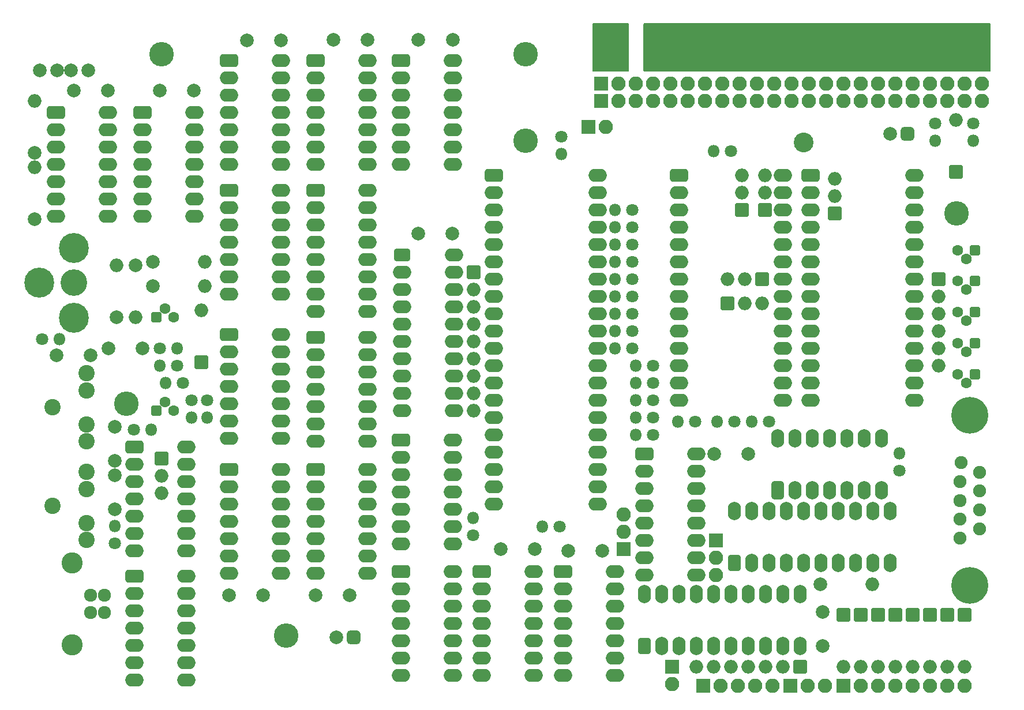
<source format=gbs>
%TF.GenerationSoftware,KiCad,Pcbnew,9.0.3*%
%TF.CreationDate,2025-08-02T16:42:51+01:00*%
%TF.ProjectId,ZX81plus38,5a583831-706c-4757-9333-382e6b696361,1.10*%
%TF.SameCoordinates,Original*%
%TF.FileFunction,Soldermask,Bot*%
%TF.FilePolarity,Negative*%
%FSLAX46Y46*%
G04 Gerber Fmt 4.6, Leading zero omitted, Abs format (unit mm)*
G04 Created by KiCad (PCBNEW 9.0.3) date 2025-08-02 16:42:51*
%MOMM*%
%LPD*%
G01*
G04 APERTURE LIST*
G04 Aperture macros list*
%AMRoundRect*
0 Rectangle with rounded corners*
0 $1 Rounding radius*
0 $2 $3 $4 $5 $6 $7 $8 $9 X,Y pos of 4 corners*
0 Add a 4 corners polygon primitive as box body*
4,1,4,$2,$3,$4,$5,$6,$7,$8,$9,$2,$3,0*
0 Add four circle primitives for the rounded corners*
1,1,$1+$1,$2,$3*
1,1,$1+$1,$4,$5*
1,1,$1+$1,$6,$7*
1,1,$1+$1,$8,$9*
0 Add four rect primitives between the rounded corners*
20,1,$1+$1,$2,$3,$4,$5,0*
20,1,$1+$1,$4,$5,$6,$7,0*
20,1,$1+$1,$6,$7,$8,$9,0*
20,1,$1+$1,$8,$9,$2,$3,0*%
G04 Aperture macros list end*
%ADD10C,1.900000*%
%ADD11C,1.924000*%
%ADD12C,5.400000*%
%ADD13RoundRect,0.200000X-0.800000X0.800000X-0.800000X-0.800000X0.800000X-0.800000X0.800000X0.800000X0*%
%ADD14O,2.000000X2.000000*%
%ADD15C,1.920000*%
%ADD16C,3.100000*%
%ADD17C,2.400000*%
%ADD18C,3.900000*%
%ADD19C,4.400000*%
%ADD20RoundRect,0.200000X0.850000X-0.850000X0.850000X0.850000X-0.850000X0.850000X-0.850000X-0.850000X0*%
%ADD21O,2.100000X2.100000*%
%ADD22C,2.000000*%
%ADD23RoundRect,0.400000X0.400000X-0.400000X0.400000X0.400000X-0.400000X0.400000X-0.400000X-0.400000X0*%
%ADD24C,1.600000*%
%ADD25C,1.800000*%
%ADD26O,1.800000X1.800000*%
%ADD27RoundRect,0.200000X0.800000X-0.800000X0.800000X0.800000X-0.800000X0.800000X-0.800000X-0.800000X0*%
%ADD28C,3.600000*%
%ADD29C,2.900000*%
%ADD30RoundRect,0.400000X-0.400000X0.400000X-0.400000X-0.400000X0.400000X-0.400000X0.400000X0.400000X0*%
%ADD31RoundRect,0.200000X-0.850000X-0.850000X0.850000X-0.850000X0.850000X0.850000X-0.850000X0.850000X0*%
%ADD32RoundRect,0.200000X0.800000X0.800000X-0.800000X0.800000X-0.800000X-0.800000X0.800000X-0.800000X0*%
%ADD33RoundRect,0.200000X0.850000X0.850000X-0.850000X0.850000X-0.850000X-0.850000X0.850000X-0.850000X0*%
%ADD34RoundRect,0.500000X0.500000X0.500000X-0.500000X0.500000X-0.500000X-0.500000X0.500000X-0.500000X0*%
%ADD35RoundRect,0.200000X-0.800000X-0.800000X0.800000X-0.800000X0.800000X0.800000X-0.800000X0.800000X0*%
%ADD36RoundRect,0.481000X-0.862000X-0.481000X0.862000X-0.481000X0.862000X0.481000X-0.862000X0.481000X0*%
%ADD37O,2.686000X1.924000*%
%ADD38RoundRect,0.481000X0.481000X-0.862000X0.481000X0.862000X-0.481000X0.862000X-0.481000X-0.862000X0*%
%ADD39O,1.924000X2.686000*%
%ADD40RoundRect,0.485500X-0.730500X-0.485500X0.730500X-0.485500X0.730500X0.485500X-0.730500X0.485500X0*%
%ADD41RoundRect,0.485500X0.485500X-0.730500X0.485500X0.730500X-0.485500X0.730500X-0.485500X-0.730500X0*%
G04 APERTURE END LIST*
D10*
%TO.C,CO4*%
X196192000Y-123850000D03*
X196192000Y-121080000D03*
D11*
X196192000Y-118310000D03*
D10*
X196192000Y-115540000D03*
X196312000Y-112770000D03*
X199032000Y-122465000D03*
X199032000Y-119695000D03*
X199032000Y-116925000D03*
X199032000Y-114155000D03*
D12*
X197612000Y-130810000D03*
X197612000Y-105810000D03*
%TD*%
D13*
%TO.C,D1*%
X179070000Y-135128000D03*
D14*
X179070000Y-142748000D03*
%TD*%
D13*
%TO.C,D2*%
X181610000Y-135128000D03*
D14*
X181610000Y-142748000D03*
%TD*%
D13*
%TO.C,D3*%
X184150000Y-135128000D03*
D14*
X184150000Y-142748000D03*
%TD*%
D13*
%TO.C,D4*%
X186690000Y-135128000D03*
D14*
X186690000Y-142748000D03*
%TD*%
D13*
%TO.C,D5*%
X189230000Y-135128000D03*
D14*
X189230000Y-142748000D03*
%TD*%
D13*
%TO.C,D6*%
X191770000Y-135128000D03*
D14*
X191770000Y-142748000D03*
%TD*%
D13*
%TO.C,D7*%
X194310000Y-135128000D03*
D14*
X194310000Y-142748000D03*
%TD*%
D13*
%TO.C,D8*%
X196850000Y-135128000D03*
D14*
X196850000Y-142748000D03*
%TD*%
D15*
%TO.C,CO1*%
X70610000Y-134752000D03*
X70610000Y-132212000D03*
X68610000Y-132212000D03*
X68610000Y-134752000D03*
D16*
X65910000Y-139482000D03*
X65910000Y-127482000D03*
%TD*%
D17*
%TO.C,CO2*%
X67992000Y-114126000D03*
X67992000Y-124126000D03*
X62992000Y-119126000D03*
X67992000Y-116626000D03*
X67992000Y-121626000D03*
%TD*%
%TO.C,CO3*%
X67992000Y-99648000D03*
X67992000Y-109648000D03*
X62992000Y-104648000D03*
X67992000Y-102148000D03*
X67992000Y-107148000D03*
%TD*%
D18*
%TO.C,CO5*%
X66167000Y-86360000D03*
D19*
X61067000Y-86360000D03*
X66167000Y-91460000D03*
X66167000Y-81260000D03*
%TD*%
D20*
%TO.C,J1B1*%
X143510000Y-57150000D03*
D21*
X146050000Y-57150000D03*
X148590000Y-57150000D03*
X151130000Y-57150000D03*
X153670000Y-57150000D03*
X156210000Y-57150000D03*
X158750000Y-57150000D03*
X161290000Y-57150000D03*
X163830000Y-57150000D03*
X166370000Y-57150000D03*
X168910000Y-57150000D03*
X171450000Y-57150000D03*
X173990000Y-57150000D03*
X176530000Y-57150000D03*
X179070000Y-57150000D03*
X181610000Y-57150000D03*
X184150000Y-57150000D03*
X186690000Y-57150000D03*
X189230000Y-57150000D03*
X191770000Y-57150000D03*
X194310000Y-57150000D03*
X196850000Y-57150000D03*
X199390000Y-57150000D03*
%TD*%
D20*
%TO.C,J1A1*%
X143510000Y-59690000D03*
D21*
X146050000Y-59690000D03*
X148590000Y-59690000D03*
X151130000Y-59690000D03*
X153670000Y-59690000D03*
X156210000Y-59690000D03*
X158750000Y-59690000D03*
X161290000Y-59690000D03*
X163830000Y-59690000D03*
X166370000Y-59690000D03*
X168910000Y-59690000D03*
X171450000Y-59690000D03*
X173990000Y-59690000D03*
X176530000Y-59690000D03*
X179070000Y-59690000D03*
X181610000Y-59690000D03*
X184150000Y-59690000D03*
X186690000Y-59690000D03*
X189230000Y-59690000D03*
X191770000Y-59690000D03*
X194310000Y-59690000D03*
X196850000Y-59690000D03*
X199390000Y-59690000D03*
%TD*%
D20*
%TO.C,J2*%
X179054760Y-145542000D03*
D21*
X181594760Y-145542000D03*
X184134760Y-145542000D03*
X186674760Y-145542000D03*
X189214760Y-145542000D03*
X191754760Y-145542000D03*
X194294760Y-145542000D03*
X196834760Y-145542000D03*
%TD*%
D20*
%TO.C,J3*%
X158496000Y-145542000D03*
D21*
X161036000Y-145542000D03*
X163576000Y-145542000D03*
X166116000Y-145542000D03*
X168656000Y-145542000D03*
%TD*%
D22*
%TO.C,C2*%
X61137800Y-55194200D03*
X63637800Y-55194200D03*
%TD*%
%TO.C,C1*%
X68224400Y-55194200D03*
X65724400Y-55194200D03*
%TD*%
D23*
%TO.C,Q8*%
X78232000Y-91440000D03*
D24*
X79502000Y-90170000D03*
X80772000Y-91440000D03*
%TD*%
D22*
%TO.C,R49*%
X77724000Y-86868000D03*
D14*
X85344000Y-86868000D03*
%TD*%
D22*
%TO.C,R48*%
X77724000Y-83312000D03*
D14*
X85344000Y-83312000D03*
%TD*%
D25*
%TO.C,R10*%
X151130000Y-101092000D03*
D26*
X148590000Y-101092000D03*
%TD*%
D25*
%TO.C,R17*%
X151130000Y-108712000D03*
D26*
X148590000Y-108712000D03*
%TD*%
D25*
%TO.C,R11*%
X151130000Y-98552000D03*
D26*
X148590000Y-98552000D03*
%TD*%
D25*
%TO.C,R12*%
X168148000Y-106743500D03*
D26*
X165608000Y-106743500D03*
%TD*%
D25*
%TO.C,R15*%
X157289500Y-106743500D03*
D26*
X154749500Y-106743500D03*
%TD*%
D25*
%TO.C,R13*%
X151130000Y-103632000D03*
D26*
X148590000Y-103632000D03*
%TD*%
D25*
%TO.C,R14*%
X163068000Y-106743500D03*
D26*
X160528000Y-106743500D03*
%TD*%
D25*
%TO.C,R16*%
X151130000Y-106172000D03*
D26*
X148590000Y-106172000D03*
%TD*%
D27*
%TO.C,D13*%
X84836000Y-98044000D03*
D14*
X84836000Y-90424000D03*
%TD*%
D28*
%TO.C,MKMH5*%
X73830000Y-104140000D03*
%TD*%
%TO.C,MKMH4*%
X195670000Y-76187000D03*
%TD*%
%TO.C,MKMH7*%
X97282000Y-138176000D03*
%TD*%
D29*
%TO.C,MKMH6*%
X173228000Y-65786000D03*
%TD*%
D28*
%TO.C,MKMH2*%
X132400000Y-52770000D03*
%TD*%
%TO.C,MKMH3*%
X132400000Y-65470000D03*
%TD*%
%TO.C,MKMH1*%
X78994000Y-52770000D03*
%TD*%
D22*
%TO.C,R29*%
X60350400Y-67310000D03*
D14*
X60350400Y-59690000D03*
%TD*%
D22*
%TO.C,R30*%
X60350400Y-77063600D03*
D14*
X60350400Y-69443600D03*
%TD*%
D25*
%TO.C,R9*%
X148082000Y-96012000D03*
D26*
X145542000Y-96012000D03*
%TD*%
D25*
%TO.C,R42*%
X162560000Y-67056000D03*
D26*
X160020000Y-67056000D03*
%TD*%
D25*
%TO.C,R43*%
X137668000Y-64897000D03*
D26*
X137668000Y-67437000D03*
%TD*%
D25*
%TO.C,R7*%
X148082000Y-90932000D03*
D26*
X145542000Y-90932000D03*
%TD*%
D25*
%TO.C,R6*%
X148082000Y-88392000D03*
D26*
X145542000Y-88392000D03*
%TD*%
D25*
%TO.C,R5*%
X148082000Y-85852000D03*
D26*
X145542000Y-85852000D03*
%TD*%
D25*
%TO.C,R4*%
X148082000Y-83312000D03*
D26*
X145542000Y-83312000D03*
%TD*%
D25*
%TO.C,R3*%
X148082000Y-80772000D03*
D26*
X145542000Y-80772000D03*
%TD*%
D25*
%TO.C,R2*%
X148082000Y-78232000D03*
D26*
X145542000Y-78232000D03*
%TD*%
D25*
%TO.C,R1*%
X148082000Y-75692000D03*
D26*
X145542000Y-75692000D03*
%TD*%
D25*
%TO.C,R8*%
X148082000Y-93472000D03*
D26*
X145542000Y-93472000D03*
%TD*%
D30*
%TO.C,Q5*%
X198374000Y-81555000D03*
D24*
X197104000Y-82825000D03*
X195834000Y-81555000D03*
%TD*%
D30*
%TO.C,Q4*%
X198374000Y-86042500D03*
D24*
X197104000Y-87312500D03*
X195834000Y-86042500D03*
%TD*%
D30*
%TO.C,Q3*%
X198374000Y-90678000D03*
D24*
X197104000Y-91948000D03*
X195834000Y-90678000D03*
%TD*%
D30*
%TO.C,Q2*%
X198374000Y-95186500D03*
D24*
X197104000Y-96456500D03*
X195834000Y-95186500D03*
%TD*%
D30*
%TO.C,Q1*%
X198374000Y-99758500D03*
D24*
X197104000Y-101028500D03*
X195834000Y-99758500D03*
%TD*%
D23*
%TO.C,Q9*%
X78232000Y-105156000D03*
D24*
X79502000Y-103886000D03*
X80772000Y-105156000D03*
%TD*%
D25*
%TO.C,R70*%
X81280000Y-98552000D03*
D26*
X78740000Y-98552000D03*
%TD*%
D25*
%TO.C,R23*%
X187261500Y-113919000D03*
D26*
X187261500Y-111379000D03*
%TD*%
D25*
%TO.C,R18*%
X192532000Y-62992000D03*
D26*
X192532000Y-65532000D03*
%TD*%
D25*
%TO.C,R81*%
X85725000Y-103632000D03*
D26*
X85725000Y-106172000D03*
%TD*%
D25*
%TO.C,R80*%
X83439000Y-103632000D03*
D26*
X83439000Y-106172000D03*
%TD*%
D25*
%TO.C,R79*%
X82169000Y-101092000D03*
D26*
X79629000Y-101092000D03*
%TD*%
D25*
%TO.C,R59*%
X78740000Y-96012000D03*
D26*
X81280000Y-96012000D03*
%TD*%
D25*
%TO.C,R58*%
X61468000Y-94615000D03*
D26*
X64008000Y-94615000D03*
%TD*%
D25*
%TO.C,R57*%
X72136000Y-124644000D03*
D26*
X72136000Y-122104000D03*
%TD*%
D25*
%TO.C,R56*%
X74930000Y-107950000D03*
D26*
X77470000Y-107950000D03*
%TD*%
D25*
%TO.C,R52*%
X198120000Y-62992000D03*
D26*
X198120000Y-65532000D03*
%TD*%
D31*
%TO.C,JP6*%
X160337500Y-124206000D03*
D21*
X160337500Y-126746000D03*
X160337500Y-129286000D03*
%TD*%
D32*
%TO.C,JP12*%
X177800000Y-76200000D03*
D14*
X177800000Y-73660000D03*
X177800000Y-71120000D03*
%TD*%
D27*
%TO.C,JP11*%
X162052000Y-89408000D03*
D14*
X164592000Y-89408000D03*
X167132000Y-89408000D03*
%TD*%
D32*
%TO.C,JP10*%
X167576500Y-75692000D03*
D14*
X167576500Y-73152000D03*
X167576500Y-70612000D03*
%TD*%
D32*
%TO.C,JP9*%
X164147500Y-75692000D03*
D14*
X164147500Y-73152000D03*
X164147500Y-70612000D03*
%TD*%
D13*
%TO.C,JP8*%
X167132000Y-85852000D03*
D14*
X164592000Y-85852000D03*
X162052000Y-85852000D03*
%TD*%
D33*
%TO.C,JP5*%
X146812000Y-125476000D03*
D21*
X146812000Y-122936000D03*
X146812000Y-120396000D03*
%TD*%
D31*
%TO.C,JP4*%
X153924000Y-142748000D03*
D21*
X153924000Y-145288000D03*
%TD*%
D27*
%TO.C,D14*%
X195580000Y-70104000D03*
D14*
X195580000Y-62484000D03*
%TD*%
D22*
%TO.C,C8*%
X72136000Y-114594000D03*
X72136000Y-119594000D03*
%TD*%
%TO.C,C7*%
X68580000Y-97028000D03*
X63580000Y-97028000D03*
%TD*%
%TO.C,C3*%
X76200000Y-96012000D03*
X71200000Y-96012000D03*
%TD*%
D34*
%TO.C,C9*%
X107188000Y-138430000D03*
D22*
X104688000Y-138430000D03*
%TD*%
D34*
%TO.C,C5*%
X188468000Y-64516000D03*
D22*
X185968000Y-64516000D03*
%TD*%
D25*
%TO.C,R19*%
X124714000Y-123444000D03*
D26*
X124714000Y-120904000D03*
%TD*%
D35*
%TO.C,JP1*%
X78994000Y-112141000D03*
D14*
X78994000Y-114681000D03*
X78994000Y-117221000D03*
%TD*%
D32*
%TO.C,RP1*%
X172720000Y-142748000D03*
D14*
X170180000Y-142748000D03*
X167640000Y-142748000D03*
X165100000Y-142748000D03*
X162560000Y-142748000D03*
X160020000Y-142748000D03*
X157480000Y-142748000D03*
%TD*%
D22*
%TO.C,C21*%
X138684000Y-125730000D03*
X143684000Y-125730000D03*
%TD*%
%TO.C,C20*%
X165100000Y-111506000D03*
X160100000Y-111506000D03*
%TD*%
%TO.C,C19*%
X128778000Y-125476000D03*
X133778000Y-125476000D03*
%TD*%
%TO.C,C18*%
X88900000Y-132232400D03*
X93900000Y-132232400D03*
%TD*%
%TO.C,C17*%
X176022000Y-139700000D03*
X176022000Y-134700000D03*
%TD*%
%TO.C,C16*%
X101574600Y-132232400D03*
X106574600Y-132232400D03*
%TD*%
%TO.C,C15*%
X116666000Y-79146400D03*
X121666000Y-79146400D03*
%TD*%
%TO.C,C14*%
X116713000Y-50673000D03*
X121713000Y-50673000D03*
%TD*%
%TO.C,C13*%
X104216200Y-50673000D03*
X109216200Y-50673000D03*
%TD*%
%TO.C,C12*%
X91541600Y-50800000D03*
X96541600Y-50800000D03*
%TD*%
%TO.C,C11*%
X78740000Y-58140600D03*
X83740000Y-58140600D03*
%TD*%
%TO.C,C10*%
X66141600Y-58140600D03*
X71141600Y-58140600D03*
%TD*%
%TO.C,C6*%
X72136000Y-107482000D03*
X72136000Y-112482000D03*
%TD*%
%TO.C,R55*%
X72390000Y-91440000D03*
D14*
X72390000Y-83820000D03*
%TD*%
D22*
%TO.C,R50*%
X75184000Y-83820000D03*
D14*
X75184000Y-91440000D03*
%TD*%
D36*
%TO.C,U14*%
X88900000Y-53721000D03*
D37*
X88900000Y-56261000D03*
X88900000Y-58801000D03*
X88900000Y-61341000D03*
X88900000Y-63881000D03*
X88900000Y-66421000D03*
X88900000Y-68961000D03*
X96520000Y-68961000D03*
X96520000Y-66421000D03*
X96520000Y-63881000D03*
X96520000Y-61341000D03*
X96520000Y-58801000D03*
X96520000Y-56261000D03*
X96520000Y-53721000D03*
%TD*%
D36*
%TO.C,U28*%
X88900000Y-113792000D03*
D37*
X88900000Y-116332000D03*
X88900000Y-118872000D03*
X88900000Y-121412000D03*
X88900000Y-123952000D03*
X88900000Y-126492000D03*
X88900000Y-129032000D03*
X96520000Y-129032000D03*
X96520000Y-126492000D03*
X96520000Y-123952000D03*
X96520000Y-121412000D03*
X96520000Y-118872000D03*
X96520000Y-116332000D03*
X96520000Y-113792000D03*
%TD*%
D36*
%TO.C,U24*%
X88900000Y-72771000D03*
D37*
X88900000Y-75311000D03*
X88900000Y-77851000D03*
X88900000Y-80391000D03*
X88900000Y-82931000D03*
X88900000Y-85471000D03*
X88900000Y-88011000D03*
X96520000Y-88011000D03*
X96520000Y-85471000D03*
X96520000Y-82931000D03*
X96520000Y-80391000D03*
X96520000Y-77851000D03*
X96520000Y-75311000D03*
X96520000Y-72771000D03*
%TD*%
D36*
%TO.C,U23*%
X75057000Y-110490000D03*
D37*
X75057000Y-113030000D03*
X75057000Y-115570000D03*
X75057000Y-118110000D03*
X75057000Y-120650000D03*
X75057000Y-123190000D03*
X75057000Y-125730000D03*
X82677000Y-125730000D03*
X82677000Y-123190000D03*
X82677000Y-120650000D03*
X82677000Y-118110000D03*
X82677000Y-115570000D03*
X82677000Y-113030000D03*
X82677000Y-110490000D03*
%TD*%
D36*
%TO.C,U19*%
X114173000Y-128778000D03*
D37*
X114173000Y-131318000D03*
X114173000Y-133858000D03*
X114173000Y-136398000D03*
X114173000Y-138938000D03*
X114173000Y-141478000D03*
X114173000Y-144018000D03*
X121793000Y-144018000D03*
X121793000Y-141478000D03*
X121793000Y-138938000D03*
X121793000Y-136398000D03*
X121793000Y-133858000D03*
X121793000Y-131318000D03*
X121793000Y-128778000D03*
%TD*%
D36*
%TO.C,U18*%
X125984000Y-128778000D03*
D37*
X125984000Y-131318000D03*
X125984000Y-133858000D03*
X125984000Y-136398000D03*
X125984000Y-138938000D03*
X125984000Y-141478000D03*
X125984000Y-144018000D03*
X133604000Y-144018000D03*
X133604000Y-141478000D03*
X133604000Y-138938000D03*
X133604000Y-136398000D03*
X133604000Y-133858000D03*
X133604000Y-131318000D03*
X133604000Y-128778000D03*
%TD*%
D36*
%TO.C,U16*%
X88900000Y-93980000D03*
D37*
X88900000Y-96520000D03*
X88900000Y-99060000D03*
X88900000Y-101600000D03*
X88900000Y-104140000D03*
X88900000Y-106680000D03*
X88900000Y-109220000D03*
X96520000Y-109220000D03*
X96520000Y-106680000D03*
X96520000Y-104140000D03*
X96520000Y-101600000D03*
X96520000Y-99060000D03*
X96520000Y-96520000D03*
X96520000Y-93980000D03*
%TD*%
D36*
%TO.C,U15*%
X101600000Y-53721000D03*
D37*
X101600000Y-56261000D03*
X101600000Y-58801000D03*
X101600000Y-61341000D03*
X101600000Y-63881000D03*
X101600000Y-66421000D03*
X101600000Y-68961000D03*
X109220000Y-68961000D03*
X109220000Y-66421000D03*
X109220000Y-63881000D03*
X109220000Y-61341000D03*
X109220000Y-58801000D03*
X109220000Y-56261000D03*
X109220000Y-53721000D03*
%TD*%
D36*
%TO.C,U13*%
X101600000Y-94356000D03*
D37*
X101600000Y-96896000D03*
X101600000Y-99436000D03*
X101600000Y-101976000D03*
X101600000Y-104516000D03*
X101600000Y-107056000D03*
X101600000Y-109596000D03*
X109220000Y-109596000D03*
X109220000Y-107056000D03*
X109220000Y-104516000D03*
X109220000Y-101976000D03*
X109220000Y-99436000D03*
X109220000Y-96896000D03*
X109220000Y-94356000D03*
%TD*%
D36*
%TO.C,U12*%
X137922000Y-128778000D03*
D37*
X137922000Y-131318000D03*
X137922000Y-133858000D03*
X137922000Y-136398000D03*
X137922000Y-138938000D03*
X137922000Y-141478000D03*
X137922000Y-144018000D03*
X145542000Y-144018000D03*
X145542000Y-141478000D03*
X145542000Y-138938000D03*
X145542000Y-136398000D03*
X145542000Y-133858000D03*
X145542000Y-131318000D03*
X145542000Y-128778000D03*
%TD*%
D36*
%TO.C,U11*%
X75057000Y-129413000D03*
D37*
X75057000Y-131953000D03*
X75057000Y-134493000D03*
X75057000Y-137033000D03*
X75057000Y-139573000D03*
X75057000Y-142113000D03*
X75057000Y-144653000D03*
X82677000Y-144653000D03*
X82677000Y-142113000D03*
X82677000Y-139573000D03*
X82677000Y-137033000D03*
X82677000Y-134493000D03*
X82677000Y-131953000D03*
X82677000Y-129413000D03*
%TD*%
D36*
%TO.C,U10*%
X114173000Y-109474000D03*
D37*
X114173000Y-112014000D03*
X114173000Y-114554000D03*
X114173000Y-117094000D03*
X114173000Y-119634000D03*
X114173000Y-122174000D03*
X114173000Y-124714000D03*
X121793000Y-124714000D03*
X121793000Y-122174000D03*
X121793000Y-119634000D03*
X121793000Y-117094000D03*
X121793000Y-114554000D03*
X121793000Y-112014000D03*
X121793000Y-109474000D03*
%TD*%
D36*
%TO.C,U8*%
X114109500Y-53720000D03*
D37*
X114109500Y-56261000D03*
X114109500Y-58801000D03*
X114109500Y-61341000D03*
X114109500Y-63881000D03*
X114109500Y-66421000D03*
X114109500Y-68961000D03*
X121729500Y-68961000D03*
X121729500Y-66421000D03*
X121729500Y-63881000D03*
X121729500Y-61341000D03*
X121729500Y-58801000D03*
X121729500Y-56261000D03*
X121729500Y-53721000D03*
%TD*%
D36*
%TO.C,U7*%
X76200000Y-61341000D03*
D37*
X76200000Y-63881000D03*
X76200000Y-66421000D03*
X76200000Y-68961000D03*
X76200000Y-71501000D03*
X76200000Y-74041000D03*
X76200000Y-76581000D03*
X83820000Y-76581000D03*
X83820000Y-74041000D03*
X83820000Y-71501000D03*
X83820000Y-68961000D03*
X83820000Y-66421000D03*
X83820000Y-63881000D03*
X83820000Y-61341000D03*
%TD*%
D38*
%TO.C,U6*%
X169418000Y-116840000D03*
D39*
X171958000Y-116840000D03*
X174498000Y-116840000D03*
X177038000Y-116840000D03*
X179578000Y-116840000D03*
X182118000Y-116840000D03*
X184658000Y-116840000D03*
X184658000Y-109220000D03*
X182118000Y-109220000D03*
X179578000Y-109220000D03*
X177038000Y-109220000D03*
X174498000Y-109220000D03*
X171958000Y-109220000D03*
X169418000Y-109220000D03*
%TD*%
D36*
%TO.C,U29*%
X101600000Y-113792000D03*
D37*
X101600000Y-116332000D03*
X101600000Y-118872000D03*
X101600000Y-121412000D03*
X101600000Y-123952000D03*
X101600000Y-126492000D03*
X101600000Y-129032000D03*
X109220000Y-129032000D03*
X109220000Y-126492000D03*
X109220000Y-123952000D03*
X109220000Y-121412000D03*
X109220000Y-118872000D03*
X109220000Y-116332000D03*
X109220000Y-113792000D03*
%TD*%
D36*
%TO.C,U27*%
X101600000Y-72771000D03*
D37*
X101600000Y-75311000D03*
X101600000Y-77851000D03*
X101600000Y-80391000D03*
X101600000Y-82931000D03*
X101600000Y-85471000D03*
X101600000Y-88011000D03*
X101600000Y-90551000D03*
X109220000Y-90551000D03*
X109220000Y-88011000D03*
X109220000Y-85471000D03*
X109220000Y-82931000D03*
X109220000Y-80391000D03*
X109220000Y-77851000D03*
X109220000Y-75311000D03*
X109220000Y-72771000D03*
%TD*%
D36*
%TO.C,U9*%
X149860000Y-111506000D03*
D37*
X149860000Y-114046000D03*
X149860000Y-116586000D03*
X149860000Y-119126000D03*
X149860000Y-121666000D03*
X149860000Y-124206000D03*
X149860000Y-126746000D03*
X149860000Y-129286000D03*
X157480000Y-129286000D03*
X157480000Y-126746000D03*
X157480000Y-124206000D03*
X157480000Y-121666000D03*
X157480000Y-119126000D03*
X157480000Y-116586000D03*
X157480000Y-114046000D03*
X157480000Y-111506000D03*
%TD*%
D40*
%TO.C,U1*%
X114300000Y-82296000D03*
D37*
X114300000Y-84836000D03*
X114300000Y-87376000D03*
X114300000Y-89916000D03*
X114300000Y-92456000D03*
X114300000Y-94996000D03*
X114300000Y-97536000D03*
X114300000Y-100076000D03*
X114300000Y-102616000D03*
X114300000Y-105156000D03*
X121920000Y-105156000D03*
X121920000Y-102616000D03*
X121920000Y-100076000D03*
X121920000Y-97536000D03*
X121920000Y-94996000D03*
X121920000Y-92456000D03*
X121920000Y-89916000D03*
X121920000Y-87376000D03*
X121920000Y-84836000D03*
X121920000Y-82296000D03*
%TD*%
D41*
%TO.C,U4*%
X163068000Y-127508000D03*
D39*
X165608000Y-127508000D03*
X168148000Y-127508000D03*
X170688000Y-127508000D03*
X173228000Y-127508000D03*
X175768000Y-127508000D03*
X178308000Y-127508000D03*
X180848000Y-127508000D03*
X183388000Y-127508000D03*
X185928000Y-127508000D03*
X185928000Y-119888000D03*
X183388000Y-119888000D03*
X180848000Y-119888000D03*
X178308000Y-119888000D03*
X175768000Y-119888000D03*
X173228000Y-119888000D03*
X170688000Y-119888000D03*
X168148000Y-119888000D03*
X165608000Y-119888000D03*
X163068000Y-119888000D03*
%TD*%
D41*
%TO.C,U22*%
X149860000Y-139700000D03*
D39*
X152400000Y-139700000D03*
X154940000Y-139700000D03*
X157480000Y-139700000D03*
X160020000Y-139700000D03*
X162560000Y-139700000D03*
X165100000Y-139700000D03*
X167640000Y-139700000D03*
X170180000Y-139700000D03*
X172720000Y-139700000D03*
X172720000Y-132080000D03*
X170180000Y-132080000D03*
X167640000Y-132080000D03*
X165100000Y-132080000D03*
X162560000Y-132080000D03*
X160020000Y-132080000D03*
X157480000Y-132080000D03*
X154940000Y-132080000D03*
X152400000Y-132080000D03*
X149860000Y-132080000D03*
%TD*%
D36*
%TO.C,U2*%
X127762000Y-70612000D03*
D37*
X127762000Y-73152000D03*
X127762000Y-75692000D03*
X127762000Y-78232000D03*
X127762000Y-80772000D03*
X127762000Y-83312000D03*
X127762000Y-85852000D03*
X127762000Y-88392000D03*
X127762000Y-90932000D03*
X127762000Y-93472000D03*
X127762000Y-96012000D03*
X127762000Y-98552000D03*
X127762000Y-101092000D03*
X127762000Y-103632000D03*
X127762000Y-106172000D03*
X127762000Y-108712000D03*
X127762000Y-111252000D03*
X127762000Y-113792000D03*
X127762000Y-116332000D03*
X127762000Y-118872000D03*
X143002000Y-118872000D03*
X143002000Y-116332000D03*
X143002000Y-113792000D03*
X143002000Y-111252000D03*
X143002000Y-108712000D03*
X143002000Y-106172000D03*
X143002000Y-103632000D03*
X143002000Y-101092000D03*
X143002000Y-98552000D03*
X143002000Y-96012000D03*
X143002000Y-93472000D03*
X143002000Y-90932000D03*
X143002000Y-88392000D03*
X143002000Y-85852000D03*
X143002000Y-83312000D03*
X143002000Y-80772000D03*
X143002000Y-78232000D03*
X143002000Y-75692000D03*
X143002000Y-73152000D03*
X143002000Y-70612000D03*
%TD*%
D36*
%TO.C,U5*%
X154940000Y-70612000D03*
D37*
X154940000Y-73152000D03*
X154940000Y-75692000D03*
X154940000Y-78232000D03*
X154940000Y-80772000D03*
X154940000Y-83312000D03*
X154940000Y-85852000D03*
X154940000Y-88392000D03*
X154940000Y-90932000D03*
X154940000Y-93472000D03*
X154940000Y-96012000D03*
X154940000Y-98552000D03*
X154940000Y-101092000D03*
X154940000Y-103632000D03*
X170180000Y-103632000D03*
X170180000Y-101092000D03*
X170180000Y-98552000D03*
X170180000Y-96012000D03*
X170180000Y-93472000D03*
X170180000Y-90932000D03*
X170180000Y-88392000D03*
X170180000Y-85852000D03*
X170180000Y-83312000D03*
X170180000Y-80772000D03*
X170180000Y-78232000D03*
X170180000Y-75692000D03*
X170180000Y-73152000D03*
X170180000Y-70612000D03*
%TD*%
D36*
%TO.C,U3*%
X174244000Y-70612000D03*
D37*
X174244000Y-73152000D03*
X174244000Y-75692000D03*
X174244000Y-78232000D03*
X174244000Y-80772000D03*
X174244000Y-83312000D03*
X174244000Y-85852000D03*
X174244000Y-88392000D03*
X174244000Y-90932000D03*
X174244000Y-93472000D03*
X174244000Y-96012000D03*
X174244000Y-98552000D03*
X174244000Y-101092000D03*
X174244000Y-103632000D03*
X189484000Y-103632000D03*
X189484000Y-101092000D03*
X189484000Y-98552000D03*
X189484000Y-96012000D03*
X189484000Y-93472000D03*
X189484000Y-90932000D03*
X189484000Y-88392000D03*
X189484000Y-85852000D03*
X189484000Y-83312000D03*
X189484000Y-80772000D03*
X189484000Y-78232000D03*
X189484000Y-75692000D03*
X189484000Y-73152000D03*
X189484000Y-70612000D03*
%TD*%
D13*
%TO.C,RP2*%
X124841000Y-84836000D03*
D14*
X124841000Y-87376000D03*
X124841000Y-89916000D03*
X124841000Y-92456000D03*
X124841000Y-94996000D03*
X124841000Y-97536000D03*
X124841000Y-100076000D03*
X124841000Y-102616000D03*
X124841000Y-105156000D03*
%TD*%
D25*
%TO.C,R20*%
X137414000Y-122174000D03*
D26*
X134874000Y-122174000D03*
%TD*%
D20*
%TO.C,J1*%
X171312840Y-145542000D03*
D21*
X173852840Y-145542000D03*
X176392840Y-145542000D03*
%TD*%
D22*
%TO.C,R21*%
X175666400Y-130624580D03*
D14*
X183286400Y-130624580D03*
%TD*%
D20*
%TO.C,JP2*%
X141635480Y-63449200D03*
D21*
X144175480Y-63449200D03*
%TD*%
D13*
%TO.C,RN3*%
X193040000Y-85852000D03*
D14*
X193040000Y-88392000D03*
X193040000Y-90932000D03*
X193040000Y-93472000D03*
X193040000Y-96012000D03*
X193040000Y-98552000D03*
%TD*%
D36*
%TO.C,U21*%
X63510000Y-61336000D03*
D37*
X63510000Y-63876000D03*
X63510000Y-66416000D03*
X63510000Y-68956000D03*
X63510000Y-71496000D03*
X63510000Y-74036000D03*
X63510000Y-76576000D03*
X71130000Y-76576000D03*
X71130000Y-74036000D03*
X71130000Y-71496000D03*
X71130000Y-68956000D03*
X71130000Y-66416000D03*
X71130000Y-63876000D03*
X71130000Y-61336000D03*
%TD*%
G36*
X200602121Y-48280002D02*
G01*
X200648614Y-48333658D01*
X200660000Y-48386000D01*
X200660000Y-55246000D01*
X200639998Y-55314121D01*
X200586342Y-55360614D01*
X200534000Y-55372000D01*
X149859000Y-55372000D01*
X149790879Y-55351998D01*
X149744386Y-55298342D01*
X149733000Y-55246000D01*
X149733000Y-48386000D01*
X149753002Y-48317879D01*
X149806658Y-48271386D01*
X149859000Y-48260000D01*
X200534000Y-48260000D01*
X200602121Y-48280002D01*
G37*
G36*
X147516121Y-48280002D02*
G01*
X147562614Y-48333658D01*
X147574000Y-48386000D01*
X147574000Y-55246000D01*
X147553998Y-55314121D01*
X147500342Y-55360614D01*
X147448000Y-55372000D01*
X142366000Y-55372000D01*
X142297879Y-55351998D01*
X142251386Y-55298342D01*
X142240000Y-55246000D01*
X142240000Y-48386000D01*
X142260002Y-48317879D01*
X142313658Y-48271386D01*
X142366000Y-48260000D01*
X147448000Y-48260000D01*
X147516121Y-48280002D01*
G37*
M02*

</source>
